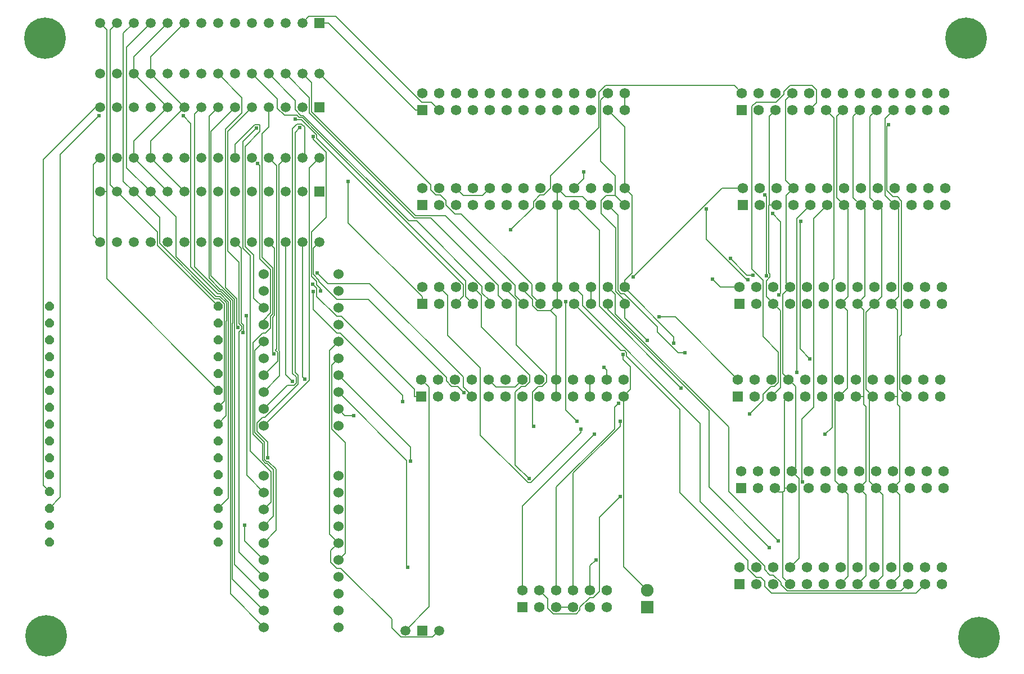
<source format=gbl>
G04 Layer: BottomLayer*
G04 EasyEDA v6.3.22, 2020-01-23T21:12:46--5:00*
G04 cdd6f56302204649af62c86a061be503,dfa15b47affc40b8846523cd8aea0214,10*
G04 Gerber Generator version 0.2*
G04 Scale: 100 percent, Rotated: No, Reflected: No *
G04 Dimensions in inches *
G04 leading zeros omitted , absolute positions ,2 integer and 4 decimal *
%FSLAX24Y24*%
%MOIN*%
G90*
G70D02*

%ADD12C,0.006000*%
%ADD13C,0.024000*%
%ADD14C,0.060000*%
%ADD15C,0.062000*%
%ADD16R,0.062000X0.062000*%
%ADD17C,0.059000*%
%ADD18R,0.059000X0.059000*%
%ADD19C,0.059055*%
%ADD20R,0.059055X0.059055*%
%ADD21C,0.246063*%
%ADD22R,0.074803X0.074803*%
%ADD23C,0.074803*%

%LPD*%
G54D12*
G01X15207Y12592D02*
G01X15207Y13521D01*
G01X14555Y14173D01*
G01X14555Y14671D01*
G01X14884Y15000D01*
G01X15018Y15000D01*
G01X17000Y16982D01*
G01X17000Y17503D01*
G01X16831Y17673D01*
G01X16831Y31913D01*
G01X17103Y32186D01*
G01X39272Y19388D02*
G01X39272Y19771D01*
G01X36350Y22692D01*
G01X36350Y22750D01*
G01X14950Y7550D02*
G01X15684Y8284D01*
G01X15684Y11930D01*
G01X15232Y12382D01*
G01X15119Y12382D01*
G01X14997Y12505D01*
G01X14997Y13546D01*
G01X14432Y14109D01*
G01X14432Y18982D01*
G01X14950Y19500D01*
G01X36350Y22750D02*
G01X36350Y23140D01*
G01X36780Y23569D01*
G01X36780Y28169D01*
G01X36350Y28600D01*
G01X35350Y33250D02*
G01X36350Y32250D01*
G01X36350Y28600D01*
G01X10250Y33400D02*
G01X8250Y31400D01*
G01X8250Y30400D01*
G01X8250Y35400D02*
G01X10250Y33400D01*
G01X10250Y28400D02*
G01X8250Y30400D01*
G01X10250Y38400D02*
G01X8250Y36400D01*
G01X8250Y35400D01*
G01X13250Y30400D02*
G01X13250Y31194D01*
G01X14438Y32382D01*
G01X14681Y32382D01*
G01X14740Y32323D01*
G01X14740Y31961D01*
G01X13857Y31078D01*
G01X13857Y25134D01*
G01X14369Y24621D01*
G01X14369Y22080D01*
G01X14950Y21500D01*
G01X14950Y16500D02*
G01X15903Y17453D01*
G01X15903Y18911D01*
G01X15850Y18963D01*
G01X15850Y30000D01*
G01X16250Y30400D01*
G01X17250Y30400D02*
G01X17375Y30525D01*
G01X17375Y32234D01*
G01X17203Y32405D01*
G01X16939Y32405D01*
G01X16659Y32123D01*
G01X16659Y17611D01*
G01X16878Y17392D01*
G01X16878Y17032D01*
G01X16750Y16903D01*
G01X16352Y16903D01*
G01X14950Y15500D01*
G01X14950Y14500D02*
G01X17656Y17207D01*
G01X17656Y29807D01*
G01X18250Y30400D01*
G01X19375Y16500D02*
G01X23435Y12440D01*
G01X23435Y6146D01*
G01X23481Y6100D01*
G01X47300Y33250D02*
G01X47726Y33676D01*
G01X47726Y34430D01*
G01X47455Y34702D01*
G01X46167Y34702D01*
G01X45800Y34334D01*
G01X45800Y34165D01*
G01X45339Y33704D01*
G01X44142Y33704D01*
G01X43890Y33452D01*
G01X43890Y23805D01*
G01X44551Y23146D01*
G01X44551Y19788D01*
G01X45460Y18878D01*
G01X45460Y17069D01*
G01X45239Y16848D01*
G01X45018Y16848D01*
G01X44550Y16380D01*
G01X44550Y15984D01*
G01X43764Y15200D01*
G01X19375Y15500D02*
G01X19768Y15105D01*
G01X20285Y15105D01*
G01X47350Y27600D02*
G01X46563Y26813D01*
G01X46563Y17675D01*
G01X33300Y4750D02*
G01X33300Y11684D01*
G01X36077Y14461D01*
G01X36077Y14771D01*
G01X36085Y10309D02*
G01X34859Y9082D01*
G01X34859Y4665D01*
G01X34489Y4296D01*
G01X34277Y4296D01*
G01X33701Y3719D01*
G01X33701Y3555D01*
G01X33485Y3340D01*
G01X32123Y3340D01*
G01X31800Y3663D01*
G01X31800Y4250D01*
G01X31300Y4750D01*
G01X46898Y11151D02*
G01X46846Y11203D01*
G01X46846Y14892D01*
G01X47551Y15598D01*
G01X47551Y26801D01*
G01X48350Y27600D01*
G01X30300Y4750D02*
G01X30300Y9728D01*
G01X34556Y13984D01*
G01X48300Y33250D02*
G01X48768Y32782D01*
G01X48768Y23246D01*
G01X48648Y23127D01*
G01X48648Y14405D01*
G01X48227Y13984D01*
G01X10192Y32888D02*
G01X10635Y32444D01*
G01X10635Y23940D01*
G01X12240Y22334D01*
G01X12377Y22334D01*
G01X12868Y21844D01*
G01X12868Y20686D01*
G01X12856Y20675D01*
G01X12856Y10209D01*
G01X12256Y9607D01*
G01X17871Y22909D02*
G01X18103Y22676D01*
G01X18103Y22173D01*
G01X19277Y21000D01*
G01X19550Y21000D01*
G01X23898Y16651D01*
G01X23898Y16250D01*
G01X24300Y16250D02*
G01X23898Y16250D01*
G01X17893Y22465D02*
G01X17893Y21394D01*
G01X19286Y20000D01*
G01X19482Y20000D01*
G01X23189Y16294D01*
G01X23189Y15926D01*
G01X13250Y25400D02*
G01X13614Y25034D01*
G01X13614Y20611D01*
G01X13764Y20461D01*
G01X13764Y20059D01*
G01X13731Y20026D01*
G01X18122Y23567D02*
G01X18746Y22942D01*
G01X21234Y22942D01*
G01X26777Y17398D01*
G01X26777Y16811D01*
G01X27300Y16290D01*
G01X27300Y16250D01*
G01X18250Y25400D02*
G01X17900Y25050D01*
G01X17900Y23490D01*
G01X18240Y23150D01*
G01X18240Y23063D01*
G01X19305Y22000D01*
G01X21167Y22000D01*
G01X25800Y17367D01*
G01X25800Y17153D01*
G01X26105Y16848D01*
G01X26442Y16848D01*
G01X26817Y16473D01*
G01X14250Y35400D02*
G01X15750Y33900D01*
G01X15750Y33348D01*
G01X16177Y32919D01*
G01X16927Y32919D01*
G01X17053Y32792D01*
G01X17053Y32792D01*
G01X17246Y32792D01*
G01X18168Y31869D01*
G01X18168Y31867D01*
G01X26925Y23111D01*
G01X26925Y22175D01*
G01X27350Y21750D01*
G01X35300Y17250D02*
G01X35300Y17803D01*
G01X35122Y17980D01*
G01X43956Y23442D02*
G01X43605Y23442D01*
G01X42617Y24430D01*
G01X47339Y18463D02*
G01X46748Y19053D01*
G01X46748Y26621D01*
G01X46776Y26648D01*
G01X25350Y22750D02*
G01X25850Y22250D01*
G01X25850Y19878D01*
G01X27800Y17928D01*
G01X27800Y13948D01*
G01X30619Y11128D01*
G01X30790Y11128D01*
G01X33757Y14096D01*
G01X33757Y14317D01*
G01X44936Y7265D02*
G01X41342Y10859D01*
G01X41342Y15411D01*
G01X35350Y21403D01*
G01X35350Y21750D01*
G01X33350Y21750D02*
G01X36139Y18959D01*
G01X36346Y18959D01*
G01X36469Y18836D01*
G01X36469Y18630D01*
G01X39619Y15480D01*
G01X39619Y10519D01*
G01X43654Y6484D01*
G01X43654Y6000D01*
G01X44152Y5501D01*
G01X44415Y5501D01*
G01X44650Y5267D01*
G01X44650Y4982D01*
G01X45064Y4569D01*
G01X53618Y4569D01*
G01X54150Y5100D01*
G01X35350Y22750D02*
G01X35806Y22292D01*
G01X35806Y21142D01*
G01X42510Y14438D01*
G01X42510Y10603D01*
G01X45452Y7663D01*
G01X33350Y22750D02*
G01X33850Y22250D01*
G01X33850Y21628D01*
G01X40831Y14646D01*
G01X40831Y9988D01*
G01X44650Y6169D01*
G01X44650Y5955D01*
G01X44960Y5646D01*
G01X45172Y5646D01*
G01X45618Y5200D01*
G01X45618Y5063D01*
G01X45992Y4690D01*
G01X52739Y4690D01*
G01X53150Y5100D01*
G01X43300Y34250D02*
G01X42852Y34698D01*
G01X35225Y34698D01*
G01X34811Y34284D01*
G01X34811Y32196D01*
G01X31948Y29332D01*
G01X31948Y28592D01*
G01X31553Y28198D01*
G01X31339Y28198D01*
G01X30948Y27807D01*
G01X30948Y27475D01*
G01X29607Y26134D01*
G01X36857Y23348D02*
G01X42109Y28600D01*
G01X43350Y28600D01*
G01X32850Y21859D02*
G01X32850Y15436D01*
G01X33514Y14771D01*
G01X29350Y22750D02*
G01X29350Y22578D01*
G01X29934Y21994D01*
G01X29934Y19296D01*
G01X31739Y17490D01*
G01X31739Y17115D01*
G01X31473Y16848D01*
G01X31218Y16848D01*
G01X30878Y16509D01*
G01X30878Y14546D01*
G01X30957Y14467D01*
G01X27350Y22750D02*
G01X27850Y22250D01*
G01X27850Y20380D01*
G01X30739Y17490D01*
G01X30739Y17115D01*
G01X30473Y16848D01*
G01X30218Y16848D01*
G01X29865Y16496D01*
G01X29865Y12182D01*
G01X30686Y11361D01*
G01X13928Y21042D02*
G01X13942Y21030D01*
G01X13942Y11557D01*
G01X14950Y10550D01*
G01X17896Y31671D02*
G01X17896Y31511D01*
G01X18661Y30744D01*
G01X18661Y26877D01*
G01X17777Y25994D01*
G01X17777Y23355D01*
G01X18081Y23051D01*
G01X18081Y22882D01*
G01X18319Y22644D01*
G01X18319Y22513D01*
G01X15250Y33400D02*
G01X15250Y32238D01*
G01X14860Y31848D01*
G01X14860Y24503D01*
G01X15482Y23880D01*
G01X15482Y21130D01*
G01X15361Y21009D01*
G01X15361Y20313D01*
G01X15048Y20000D01*
G01X14889Y20000D01*
G01X14311Y19421D01*
G01X14311Y14007D01*
G01X14876Y13444D01*
G01X14876Y12455D01*
G01X15069Y12261D01*
G01X15164Y12261D01*
G01X15525Y11901D01*
G01X15525Y9125D01*
G01X14950Y8550D01*
G01X52350Y27600D02*
G01X51785Y28165D01*
G01X51785Y32734D01*
G01X52300Y33250D01*
G01X36350Y21750D02*
G01X36350Y20909D01*
G01X37689Y19569D01*
G01X36300Y16250D02*
G01X36706Y16657D01*
G01X36706Y17988D01*
G01X36259Y18436D01*
G01X36259Y18748D01*
G01X37700Y4750D02*
G01X36300Y6150D01*
G01X36300Y16250D01*
G01X35776Y28173D02*
G01X35776Y29342D01*
G01X34932Y30184D01*
G01X34932Y33832D01*
G01X35350Y34250D01*
G01X36350Y27600D02*
G01X35776Y28173D01*
G01X36350Y21750D02*
G01X36350Y21921D01*
G01X35821Y22451D01*
G01X35821Y26246D01*
G01X34948Y27117D01*
G01X34948Y27865D01*
G01X35257Y28173D01*
G01X35776Y28173D01*
G01X52526Y16250D02*
G01X52526Y21373D01*
G01X52150Y21750D01*
G01X19375Y6550D02*
G01X19775Y6950D01*
G01X19775Y13507D01*
G01X18976Y14305D01*
G01X18976Y18100D01*
G01X19375Y18500D01*
G01X13826Y8607D02*
G01X13826Y7673D01*
G01X14950Y6550D01*
G01X9250Y38400D02*
G01X7250Y36400D01*
G01X7250Y35400D01*
G01X32300Y3750D02*
G01X33300Y3750D01*
G01X9250Y33400D02*
G01X7250Y31400D01*
G01X7250Y30400D01*
G01X7250Y35400D02*
G01X9250Y33400D01*
G01X5250Y25400D02*
G01X4842Y25807D01*
G01X4842Y29992D01*
G01X5250Y30400D01*
G01X9250Y28400D02*
G01X7250Y30400D01*
G01X52150Y21750D02*
G01X52579Y22178D01*
G01X52579Y27371D01*
G01X52350Y27600D01*
G01X52250Y10800D02*
G01X52661Y11211D01*
G01X52661Y15638D01*
G01X52526Y15773D01*
G01X52526Y16250D01*
G01X52526Y16250D02*
G01X52050Y16250D01*
G01X52150Y5100D02*
G01X52650Y5600D01*
G01X52650Y10400D01*
G01X52250Y10800D01*
G01X36350Y33250D02*
G01X36350Y34250D01*
G01X14250Y33400D02*
G01X12825Y31975D01*
G01X12825Y24871D01*
G01X13493Y24202D01*
G01X13493Y20553D01*
G01X13510Y20534D01*
G01X13519Y20534D01*
G01X13643Y20411D01*
G01X13643Y20236D01*
G01X13488Y20082D01*
G01X13488Y7011D01*
G01X14950Y5550D01*
G01X13250Y33400D02*
G01X11831Y31982D01*
G01X11831Y23394D01*
G01X13232Y21994D01*
G01X13232Y20536D01*
G01X13221Y20523D01*
G01X13221Y6278D01*
G01X14950Y4550D01*
G01X12250Y33400D02*
G01X11710Y32861D01*
G01X11710Y23259D01*
G01X12393Y22578D01*
G01X12477Y22578D01*
G01X13111Y21944D01*
G01X13111Y20586D01*
G01X13100Y20573D01*
G01X13100Y5400D01*
G01X14950Y3550D01*
G01X11250Y33400D02*
G01X10850Y32998D01*
G01X10850Y23934D01*
G01X12327Y22457D01*
G01X12427Y22457D01*
G01X12989Y21894D01*
G01X12989Y20636D01*
G01X12978Y20623D01*
G01X12978Y4521D01*
G01X14950Y2550D01*
G01X44931Y27600D02*
G01X44906Y27575D01*
G01X44906Y23557D01*
G01X44963Y23500D01*
G01X44963Y23325D01*
G01X44747Y23109D01*
G01X44747Y22153D01*
G01X45150Y21750D01*
G01X45150Y21750D02*
G01X45581Y21319D01*
G01X45581Y16780D01*
G01X45050Y16250D01*
G01X19375Y7550D02*
G01X18936Y7111D01*
G01X18936Y6403D01*
G01X19290Y6050D01*
G01X19527Y6050D01*
G01X22555Y3023D01*
G01X22555Y2494D01*
G01X23085Y1963D01*
G01X24964Y1963D01*
G01X25350Y2350D01*
G01X19375Y7550D02*
G01X18853Y8071D01*
G01X18853Y18978D01*
G01X19375Y19500D01*
G01X44931Y27600D02*
G01X45350Y27600D01*
G01X44931Y27600D02*
G01X44931Y32880D01*
G01X45300Y33250D01*
G01X45825Y10800D02*
G01X45825Y16025D01*
G01X46050Y16250D01*
G01X45739Y10555D02*
G01X45825Y10640D01*
G01X45825Y10800D01*
G01X45825Y10800D02*
G01X46250Y10800D01*
G01X45250Y10800D02*
G01X45494Y10555D01*
G01X45739Y10555D01*
G01X45739Y10555D02*
G01X45739Y5509D01*
G01X46150Y5100D01*
G01X14950Y20500D02*
G01X14950Y20775D01*
G01X15361Y21186D01*
G01X15361Y23769D01*
G01X14731Y24401D01*
G01X14731Y29928D01*
G01X14597Y30063D01*
G01X15250Y30400D02*
G01X15726Y29923D01*
G01X15726Y19063D01*
G01X15665Y19002D01*
G01X15665Y18977D01*
G01X15782Y18859D01*
G01X15782Y18332D01*
G01X14950Y17500D01*
G01X32300Y4750D02*
G01X32300Y10855D01*
G01X35752Y14307D01*
G01X35752Y15605D01*
G01X35990Y15844D01*
G01X34300Y17250D02*
G01X34300Y16250D01*
G01X31948Y21348D02*
G01X31184Y21348D01*
G01X30893Y21640D01*
G01X30893Y21986D01*
G01X30350Y22530D01*
G01X30350Y22750D01*
G01X32350Y21750D02*
G01X31948Y21348D01*
G01X31948Y21348D02*
G01X32300Y20998D01*
G01X32300Y17250D01*
G01X23350Y2350D02*
G01X24756Y3757D01*
G01X24756Y16792D01*
G01X24300Y17250D01*
G01X51350Y27600D02*
G01X51575Y27375D01*
G01X51575Y22175D01*
G01X51150Y21750D01*
G01X51300Y33250D02*
G01X50906Y32855D01*
G01X50906Y28044D01*
G01X51350Y27600D01*
G01X51150Y21750D02*
G01X50647Y21248D01*
G01X50647Y16652D01*
G01X51050Y16250D01*
G01X51250Y10800D02*
G01X50842Y11207D01*
G01X50842Y16042D01*
G01X51050Y16250D01*
G01X51150Y5100D02*
G01X51650Y5600D01*
G01X51650Y10400D01*
G01X51250Y10800D01*
G01X32300Y16250D02*
G01X32300Y17250D01*
G01X28300Y17250D02*
G01X28738Y16811D01*
G01X29863Y16811D01*
G01X30300Y17250D01*
G01X32350Y21750D02*
G01X32350Y22750D01*
G01X34350Y21750D02*
G01X34350Y22750D01*
G01X32350Y27600D02*
G01X32350Y22750D01*
G01X32350Y28600D02*
G01X32350Y27600D01*
G01X34350Y27600D02*
G01X33850Y28100D01*
G01X32850Y28100D01*
G01X32350Y28600D01*
G01X26350Y28600D02*
G01X26788Y28161D01*
G01X27913Y28161D01*
G01X28350Y28600D01*
G01X2255Y10607D02*
G01X1900Y10963D01*
G01X1900Y30296D01*
G01X5002Y33400D01*
G01X5250Y33400D01*
G01X6250Y38400D02*
G01X5847Y37996D01*
G01X5847Y28803D01*
G01X6250Y28400D01*
G01X12256Y21607D02*
G01X8651Y25211D01*
G01X8651Y25998D01*
G01X6250Y28400D01*
G01X5643Y28400D02*
G01X5643Y23219D01*
G01X12256Y16607D01*
G01X5250Y38400D02*
G01X5643Y38007D01*
G01X5643Y28400D01*
G01X5643Y28400D02*
G01X5250Y28400D01*
G01X12256Y15607D02*
G01X12614Y15965D01*
G01X12614Y20775D01*
G01X12626Y20786D01*
G01X12626Y21742D01*
G01X12319Y22050D01*
G01X12053Y22050D01*
G01X8775Y25328D01*
G01X8775Y26875D01*
G01X7250Y28400D01*
G01X7250Y38400D02*
G01X6635Y37786D01*
G01X6635Y29013D01*
G01X7250Y28400D01*
G01X12256Y14607D02*
G01X12735Y15086D01*
G01X12735Y20725D01*
G01X12747Y20736D01*
G01X12747Y21794D01*
G01X12369Y22171D01*
G01X12122Y22171D01*
G01X9750Y24544D01*
G01X9750Y26900D01*
G01X8250Y28400D01*
G01X8250Y38400D02*
G01X6832Y36982D01*
G01X6832Y29817D01*
G01X8250Y28400D01*
G01X15250Y25400D02*
G01X15605Y25044D01*
G01X15605Y21052D01*
G01X15489Y20936D01*
G01X15489Y18855D01*
G01X15572Y18773D01*
G01X16250Y25400D02*
G01X16250Y17536D01*
G01X16668Y17119D01*
G01X17250Y25400D02*
G01X17250Y17409D01*
G01X17402Y17255D01*
G01X24350Y21750D02*
G01X24350Y22151D01*
G01X19967Y28992D02*
G01X19967Y26534D01*
G01X24350Y22151D01*
G01X12250Y35400D02*
G01X13668Y33982D01*
G01X13668Y33069D01*
G01X12689Y32090D01*
G01X12689Y22711D01*
G01X13353Y22044D01*
G01X13353Y20402D01*
G01X13431Y20323D01*
G01X16839Y32707D02*
G01X16876Y32671D01*
G01X17193Y32671D01*
G01X18106Y31757D01*
G01X18106Y31559D01*
G01X26803Y22863D01*
G01X26803Y22203D01*
G01X26350Y21750D01*
G01X15250Y35400D02*
G01X16835Y33813D01*
G01X16835Y33251D01*
G01X17172Y32913D01*
G01X17297Y32913D01*
G01X23552Y26659D01*
G01X23552Y26659D01*
G01X24013Y26659D01*
G01X27893Y22778D01*
G01X27893Y22378D01*
G01X28350Y21921D01*
G01X28350Y21750D01*
G01X16250Y35400D02*
G01X17672Y33978D01*
G01X17672Y33071D01*
G01X23902Y26840D01*
G01X24851Y26840D01*
G01X28850Y22840D01*
G01X28850Y22250D01*
G01X29350Y21750D01*
G01X17250Y35400D02*
G01X17793Y34857D01*
G01X17793Y33136D01*
G01X23968Y26961D01*
G01X25728Y26961D01*
G01X29872Y22819D01*
G01X29872Y22228D01*
G01X30350Y21750D01*
G01X31350Y21750D02*
G01X30850Y22250D01*
G01X30850Y22884D01*
G01X26673Y27061D01*
G01X26305Y27061D01*
G01X25751Y27615D01*
G01X25751Y27865D01*
G01X25418Y28198D01*
G01X25168Y28198D01*
G01X24850Y28515D01*
G01X24850Y28800D01*
G01X18250Y35400D01*
G01X25350Y33250D02*
G01X24893Y33707D01*
G01X24318Y33707D01*
G01X19239Y38786D01*
G01X17635Y38786D01*
G01X17250Y38400D01*
G01X24350Y33250D02*
G01X23948Y33250D01*
G01X23948Y33250D02*
G01X18798Y38400D01*
G01X18250Y38400D01*
G01X46150Y22750D02*
G01X45713Y22313D01*
G01X45713Y17586D01*
G01X46050Y17250D01*
G01X46150Y6100D02*
G01X46688Y6638D01*
G01X46688Y11361D01*
G01X46250Y11800D01*
G01X46300Y34250D02*
G01X45880Y33830D01*
G01X45880Y29069D01*
G01X46350Y28600D01*
G01X46150Y22750D02*
G01X45925Y22975D01*
G01X45925Y28175D01*
G01X46350Y28600D01*
G01X46250Y11800D02*
G01X46475Y12025D01*
G01X46475Y16825D01*
G01X46050Y17250D01*
G01X50350Y27600D02*
G01X50594Y27355D01*
G01X50594Y22194D01*
G01X50150Y21750D01*
G01X50350Y27600D02*
G01X49906Y28044D01*
G01X49906Y32855D01*
G01X50300Y33250D01*
G01X50526Y16250D02*
G01X50526Y21373D01*
G01X50150Y21750D01*
G01X50250Y10800D02*
G01X50661Y11211D01*
G01X50661Y15638D01*
G01X50526Y15773D01*
G01X50526Y16250D01*
G01X50526Y16250D02*
G01X50050Y16250D01*
G01X50150Y5100D02*
G01X50650Y5600D01*
G01X50650Y10400D01*
G01X50250Y10800D01*
G01X49300Y33250D02*
G01X48921Y32871D01*
G01X48921Y28028D01*
G01X49350Y27600D01*
G01X49350Y27600D02*
G01X49575Y27375D01*
G01X49575Y22175D01*
G01X49150Y21750D01*
G01X49150Y21750D02*
G01X49550Y21350D01*
G01X49550Y16750D01*
G01X49050Y16250D01*
G01X49250Y10800D02*
G01X48825Y11225D01*
G01X48825Y16025D01*
G01X49050Y16250D01*
G01X49150Y5100D02*
G01X49601Y5551D01*
G01X49601Y10448D01*
G01X49250Y10800D01*
G01X14950Y9550D02*
G01X15376Y9976D01*
G01X15376Y11782D01*
G01X14146Y13013D01*
G01X14146Y24613D01*
G01X13735Y25023D01*
G01X13735Y31378D01*
G01X14530Y32171D01*
G01X34647Y6534D02*
G01X34300Y6186D01*
G01X34300Y4750D01*
G01X5185Y32890D02*
G01X2905Y30611D01*
G01X2905Y10257D01*
G01X2255Y9607D01*
G01X43656Y23151D02*
G01X43597Y23151D01*
G01X41193Y25555D01*
G01X41193Y27378D01*
G01X44654Y28198D02*
G01X44752Y28101D01*
G01X44752Y23413D01*
G01X45117Y27090D02*
G01X45590Y26615D01*
G01X45590Y22359D01*
G01X45492Y22261D01*
G01X39939Y18846D02*
G01X39514Y18846D01*
G01X38305Y20057D01*
G01X38305Y20365D01*
G01X36336Y22334D01*
G01X36135Y22334D01*
G01X35942Y22528D01*
G01X35942Y27007D01*
G01X35350Y27600D01*
G01X39702Y16750D02*
G01X34860Y21590D01*
G01X34860Y26088D01*
G01X33350Y27600D01*
G01X33350Y28600D02*
G01X33929Y29178D01*
G01X33929Y29578D01*
G01X53050Y16250D02*
G01X52647Y16652D01*
G01X52647Y19805D01*
G01X52748Y19907D01*
G01X52748Y25234D01*
G01X52761Y25248D01*
G01X52761Y27848D01*
G01X52511Y28100D01*
G01X52272Y28100D01*
G01X51906Y28465D01*
G01X51906Y32273D01*
G01X52000Y32367D01*
G01X43150Y22750D02*
G01X42010Y22750D01*
G01X41573Y23186D01*
G01X43050Y17250D02*
G01X39343Y20955D01*
G01X38385Y20955D01*
G01X23646Y12392D02*
G01X23646Y13228D01*
G01X19375Y17500D01*
G54D14*
G01X14950Y11550D03*
G01X14950Y10550D03*
G01X14950Y9550D03*
G01X14950Y8550D03*
G01X14950Y7550D03*
G01X14950Y6550D03*
G01X14950Y5550D03*
G01X14950Y4550D03*
G01X14950Y3550D03*
G01X14950Y2550D03*
G01X19375Y11550D03*
G01X19375Y10550D03*
G01X19375Y9550D03*
G01X19375Y8550D03*
G01X19375Y7550D03*
G01X19375Y6550D03*
G01X19375Y5550D03*
G01X19375Y4550D03*
G01X19375Y3550D03*
G01X19375Y2550D03*
G01X14950Y23500D03*
G01X14950Y22500D03*
G01X14950Y21500D03*
G01X14950Y20500D03*
G01X14950Y19500D03*
G01X14950Y18500D03*
G01X14950Y17500D03*
G01X14950Y16500D03*
G01X14950Y15500D03*
G01X14950Y14500D03*
G01X19375Y23500D03*
G01X19375Y22500D03*
G01X19375Y21500D03*
G01X19375Y20500D03*
G01X19375Y19500D03*
G01X19375Y18500D03*
G01X19375Y17500D03*
G01X19375Y16500D03*
G01X19375Y15500D03*
G01X19375Y14500D03*
G54D15*
G01X35300Y4750D03*
G01X35300Y3750D03*
G01X34300Y4750D03*
G01X34300Y3750D03*
G01X33300Y4750D03*
G01X33300Y3750D03*
G01X32300Y4750D03*
G01X32300Y3750D03*
G01X31300Y4750D03*
G01X31300Y3750D03*
G01X30300Y4750D03*
G54D16*
G01X30300Y3750D03*
G54D17*
G01X23350Y2350D03*
G54D18*
G01X24350Y2350D03*
G54D17*
G01X25350Y2350D03*
G36*
G01X2514Y21714D02*
G01X2362Y21865D01*
G01X2148Y21865D01*
G01X1996Y21714D01*
G01X1996Y21499D01*
G01X2148Y21348D01*
G01X2362Y21348D01*
G01X2514Y21499D01*
G01X2514Y21714D01*
G37*
G36*
G01X2514Y20714D02*
G01X2362Y20865D01*
G01X2148Y20865D01*
G01X1996Y20714D01*
G01X1996Y20499D01*
G01X2148Y20348D01*
G01X2362Y20348D01*
G01X2514Y20499D01*
G01X2514Y20714D01*
G37*
G36*
G01X2514Y19714D02*
G01X2362Y19865D01*
G01X2148Y19865D01*
G01X1996Y19714D01*
G01X1996Y19499D01*
G01X2148Y19348D01*
G01X2362Y19348D01*
G01X2514Y19499D01*
G01X2514Y19714D01*
G37*
G36*
G01X2514Y18714D02*
G01X2362Y18865D01*
G01X2148Y18865D01*
G01X1996Y18714D01*
G01X1996Y18499D01*
G01X2148Y18348D01*
G01X2362Y18348D01*
G01X2514Y18499D01*
G01X2514Y18714D01*
G37*
G36*
G01X2514Y17714D02*
G01X2362Y17865D01*
G01X2148Y17865D01*
G01X1996Y17714D01*
G01X1996Y17499D01*
G01X2148Y17348D01*
G01X2362Y17348D01*
G01X2514Y17499D01*
G01X2514Y17714D01*
G37*
G36*
G01X2514Y16714D02*
G01X2362Y16865D01*
G01X2148Y16865D01*
G01X1996Y16714D01*
G01X1996Y16499D01*
G01X2148Y16348D01*
G01X2362Y16348D01*
G01X2514Y16499D01*
G01X2514Y16714D01*
G37*
G36*
G01X2514Y15714D02*
G01X2362Y15865D01*
G01X2148Y15865D01*
G01X1996Y15714D01*
G01X1996Y15499D01*
G01X2148Y15348D01*
G01X2362Y15348D01*
G01X2514Y15499D01*
G01X2514Y15714D01*
G37*
G36*
G01X2514Y14714D02*
G01X2362Y14865D01*
G01X2148Y14865D01*
G01X1996Y14714D01*
G01X1996Y14499D01*
G01X2148Y14348D01*
G01X2362Y14348D01*
G01X2514Y14499D01*
G01X2514Y14714D01*
G37*
G36*
G01X2514Y13714D02*
G01X2362Y13865D01*
G01X2148Y13865D01*
G01X1996Y13714D01*
G01X1996Y13499D01*
G01X2148Y13348D01*
G01X2362Y13348D01*
G01X2514Y13499D01*
G01X2514Y13714D01*
G37*
G36*
G01X2514Y12714D02*
G01X2362Y12865D01*
G01X2148Y12865D01*
G01X1996Y12714D01*
G01X1996Y12499D01*
G01X2148Y12348D01*
G01X2362Y12348D01*
G01X2514Y12499D01*
G01X2514Y12714D01*
G37*
G36*
G01X2514Y11714D02*
G01X2362Y11865D01*
G01X2148Y11865D01*
G01X1996Y11714D01*
G01X1996Y11499D01*
G01X2148Y11348D01*
G01X2362Y11348D01*
G01X2514Y11499D01*
G01X2514Y11714D01*
G37*
G36*
G01X2514Y10714D02*
G01X2362Y10865D01*
G01X2148Y10865D01*
G01X1996Y10714D01*
G01X1996Y10499D01*
G01X2148Y10348D01*
G01X2362Y10348D01*
G01X2514Y10499D01*
G01X2514Y10714D01*
G37*
G36*
G01X2514Y9714D02*
G01X2362Y9865D01*
G01X2148Y9865D01*
G01X1996Y9714D01*
G01X1996Y9499D01*
G01X2148Y9348D01*
G01X2362Y9348D01*
G01X2514Y9499D01*
G01X2514Y9714D01*
G37*
G36*
G01X2514Y8714D02*
G01X2362Y8865D01*
G01X2148Y8865D01*
G01X1996Y8714D01*
G01X1996Y8499D01*
G01X2148Y8348D01*
G01X2362Y8348D01*
G01X2514Y8499D01*
G01X2514Y8714D01*
G37*
G36*
G01X2514Y7714D02*
G01X2362Y7865D01*
G01X2148Y7865D01*
G01X1996Y7714D01*
G01X1996Y7499D01*
G01X2148Y7348D01*
G01X2362Y7348D01*
G01X2514Y7499D01*
G01X2514Y7714D01*
G37*
G36*
G01X12514Y21714D02*
G01X12362Y21865D01*
G01X12148Y21865D01*
G01X11996Y21714D01*
G01X11996Y21499D01*
G01X12148Y21348D01*
G01X12362Y21348D01*
G01X12514Y21499D01*
G01X12514Y21714D01*
G37*
G36*
G01X12514Y20714D02*
G01X12362Y20865D01*
G01X12148Y20865D01*
G01X11996Y20714D01*
G01X11996Y20499D01*
G01X12148Y20348D01*
G01X12362Y20348D01*
G01X12514Y20499D01*
G01X12514Y20714D01*
G37*
G36*
G01X12514Y19714D02*
G01X12362Y19865D01*
G01X12148Y19865D01*
G01X11996Y19714D01*
G01X11996Y19499D01*
G01X12148Y19348D01*
G01X12362Y19348D01*
G01X12514Y19499D01*
G01X12514Y19714D01*
G37*
G36*
G01X12514Y18714D02*
G01X12362Y18865D01*
G01X12148Y18865D01*
G01X11996Y18714D01*
G01X11996Y18499D01*
G01X12148Y18348D01*
G01X12362Y18348D01*
G01X12514Y18499D01*
G01X12514Y18714D01*
G37*
G36*
G01X12514Y17714D02*
G01X12362Y17865D01*
G01X12148Y17865D01*
G01X11996Y17714D01*
G01X11996Y17499D01*
G01X12148Y17348D01*
G01X12362Y17348D01*
G01X12514Y17499D01*
G01X12514Y17714D01*
G37*
G36*
G01X12514Y16714D02*
G01X12362Y16865D01*
G01X12148Y16865D01*
G01X11996Y16714D01*
G01X11996Y16499D01*
G01X12148Y16348D01*
G01X12362Y16348D01*
G01X12514Y16499D01*
G01X12514Y16714D01*
G37*
G36*
G01X12514Y15714D02*
G01X12362Y15865D01*
G01X12148Y15865D01*
G01X11996Y15714D01*
G01X11996Y15499D01*
G01X12148Y15348D01*
G01X12362Y15348D01*
G01X12514Y15499D01*
G01X12514Y15714D01*
G37*
G36*
G01X12514Y14714D02*
G01X12362Y14865D01*
G01X12148Y14865D01*
G01X11996Y14714D01*
G01X11996Y14499D01*
G01X12148Y14348D01*
G01X12362Y14348D01*
G01X12514Y14499D01*
G01X12514Y14714D01*
G37*
G36*
G01X12514Y13714D02*
G01X12362Y13865D01*
G01X12148Y13865D01*
G01X11996Y13714D01*
G01X11996Y13499D01*
G01X12148Y13348D01*
G01X12362Y13348D01*
G01X12514Y13499D01*
G01X12514Y13714D01*
G37*
G36*
G01X12514Y12714D02*
G01X12362Y12865D01*
G01X12148Y12865D01*
G01X11996Y12714D01*
G01X11996Y12499D01*
G01X12148Y12348D01*
G01X12362Y12348D01*
G01X12514Y12499D01*
G01X12514Y12714D01*
G37*
G36*
G01X12514Y11714D02*
G01X12362Y11865D01*
G01X12148Y11865D01*
G01X11996Y11714D01*
G01X11996Y11499D01*
G01X12148Y11348D01*
G01X12362Y11348D01*
G01X12514Y11499D01*
G01X12514Y11714D01*
G37*
G36*
G01X12514Y10714D02*
G01X12362Y10865D01*
G01X12148Y10865D01*
G01X11996Y10714D01*
G01X11996Y10499D01*
G01X12148Y10348D01*
G01X12362Y10348D01*
G01X12514Y10499D01*
G01X12514Y10714D01*
G37*
G36*
G01X12514Y9714D02*
G01X12362Y9865D01*
G01X12148Y9865D01*
G01X11996Y9714D01*
G01X11996Y9499D01*
G01X12148Y9348D01*
G01X12362Y9348D01*
G01X12514Y9499D01*
G01X12514Y9714D01*
G37*
G36*
G01X12514Y8714D02*
G01X12362Y8865D01*
G01X12148Y8865D01*
G01X11996Y8714D01*
G01X11996Y8499D01*
G01X12148Y8348D01*
G01X12362Y8348D01*
G01X12514Y8499D01*
G01X12514Y8714D01*
G37*
G36*
G01X12514Y7714D02*
G01X12362Y7865D01*
G01X12148Y7865D01*
G01X11996Y7714D01*
G01X11996Y7499D01*
G01X12148Y7348D01*
G01X12362Y7348D01*
G01X12514Y7499D01*
G01X12514Y7714D01*
G37*
G54D19*
G01X5250Y30400D03*
G01X6250Y30400D03*
G01X7250Y30400D03*
G01X8250Y30400D03*
G01X9250Y30400D03*
G01X10250Y30400D03*
G01X11250Y30400D03*
G01X12250Y30400D03*
G01X13250Y30400D03*
G01X14250Y30400D03*
G01X15250Y30400D03*
G01X16250Y30400D03*
G01X17250Y30400D03*
G01X18250Y30400D03*
G01X5250Y33400D03*
G01X6250Y33400D03*
G01X7250Y33400D03*
G01X8250Y33400D03*
G01X9250Y33400D03*
G01X10250Y33400D03*
G01X11250Y33400D03*
G01X12250Y33400D03*
G01X13250Y33400D03*
G01X14250Y33400D03*
G01X15250Y33400D03*
G01X16250Y33400D03*
G01X17250Y33400D03*
G54D20*
G01X18250Y33400D03*
G54D19*
G01X5250Y25400D03*
G01X6250Y25400D03*
G01X7250Y25400D03*
G01X8250Y25400D03*
G01X9250Y25400D03*
G01X10250Y25400D03*
G01X11250Y25400D03*
G01X12250Y25400D03*
G01X13250Y25400D03*
G01X14250Y25400D03*
G01X15250Y25400D03*
G01X16250Y25400D03*
G01X17250Y25400D03*
G01X18250Y25400D03*
G01X5250Y28400D03*
G01X6250Y28400D03*
G01X7250Y28400D03*
G01X8250Y28400D03*
G01X9250Y28400D03*
G01X10250Y28400D03*
G01X11250Y28400D03*
G01X12250Y28400D03*
G01X13250Y28400D03*
G01X14250Y28400D03*
G01X15250Y28400D03*
G01X16250Y28400D03*
G01X17250Y28400D03*
G54D20*
G01X18250Y28400D03*
G54D19*
G01X5250Y35400D03*
G01X6250Y35400D03*
G01X7250Y35400D03*
G01X8250Y35400D03*
G01X9250Y35400D03*
G01X10250Y35400D03*
G01X11250Y35400D03*
G01X12250Y35400D03*
G01X13250Y35400D03*
G01X14250Y35400D03*
G01X15250Y35400D03*
G01X16250Y35400D03*
G01X17250Y35400D03*
G01X18250Y35400D03*
G01X5250Y38400D03*
G01X6250Y38400D03*
G01X7250Y38400D03*
G01X8250Y38400D03*
G01X9250Y38400D03*
G01X10250Y38400D03*
G01X11250Y38400D03*
G01X12250Y38400D03*
G01X13250Y38400D03*
G01X14250Y38400D03*
G01X15250Y38400D03*
G01X16250Y38400D03*
G01X17250Y38400D03*
G54D20*
G01X18250Y38400D03*
G54D15*
G01X55300Y34250D03*
G01X55300Y33250D03*
G01X54300Y34250D03*
G01X54300Y33250D03*
G01X53300Y34250D03*
G01X53300Y33250D03*
G01X52300Y34250D03*
G01X52300Y33250D03*
G01X51300Y34250D03*
G01X51300Y33250D03*
G01X50300Y34250D03*
G01X50300Y33250D03*
G01X49300Y34250D03*
G01X49300Y33250D03*
G01X48300Y34250D03*
G01X48300Y33250D03*
G01X47300Y34250D03*
G01X47300Y33250D03*
G01X46300Y34250D03*
G01X46300Y33250D03*
G01X45300Y34250D03*
G01X45300Y33250D03*
G01X44300Y34250D03*
G01X44300Y33250D03*
G01X43300Y34250D03*
G54D16*
G01X43300Y33250D03*
G54D15*
G01X55350Y28600D03*
G01X55350Y27600D03*
G01X54350Y28600D03*
G01X54350Y27600D03*
G01X53350Y28600D03*
G01X53350Y27600D03*
G01X52350Y28600D03*
G01X52350Y27600D03*
G01X51350Y28600D03*
G01X51350Y27600D03*
G01X50350Y28600D03*
G01X50350Y27600D03*
G01X49350Y28600D03*
G01X49350Y27600D03*
G01X48350Y28600D03*
G01X48350Y27600D03*
G01X47350Y28600D03*
G01X47350Y27600D03*
G01X46350Y28600D03*
G01X46350Y27600D03*
G01X45350Y28600D03*
G01X45350Y27600D03*
G01X44350Y28600D03*
G01X44350Y27600D03*
G01X43350Y28600D03*
G54D16*
G01X43350Y27600D03*
G54D15*
G01X55150Y22750D03*
G01X55150Y21750D03*
G01X54150Y22750D03*
G01X54150Y21750D03*
G01X53150Y22750D03*
G01X53150Y21750D03*
G01X52150Y22750D03*
G01X52150Y21750D03*
G01X51150Y22750D03*
G01X51150Y21750D03*
G01X50150Y22750D03*
G01X50150Y21750D03*
G01X49150Y22750D03*
G01X49150Y21750D03*
G01X48150Y22750D03*
G01X48150Y21750D03*
G01X47150Y22750D03*
G01X47150Y21750D03*
G01X46150Y22750D03*
G01X46150Y21750D03*
G01X45150Y22750D03*
G01X45150Y21750D03*
G01X44150Y22750D03*
G01X44150Y21750D03*
G01X43150Y22750D03*
G54D16*
G01X43150Y21750D03*
G54D15*
G01X55050Y17250D03*
G01X55050Y16250D03*
G01X54050Y17250D03*
G01X54050Y16250D03*
G01X53050Y17250D03*
G01X53050Y16250D03*
G01X52050Y17250D03*
G01X52050Y16250D03*
G01X51050Y17250D03*
G01X51050Y16250D03*
G01X50050Y17250D03*
G01X50050Y16250D03*
G01X49050Y17250D03*
G01X49050Y16250D03*
G01X48050Y17250D03*
G01X48050Y16250D03*
G01X47050Y17250D03*
G01X47050Y16250D03*
G01X46050Y17250D03*
G01X46050Y16250D03*
G01X45050Y17250D03*
G01X45050Y16250D03*
G01X44050Y17250D03*
G01X44050Y16250D03*
G01X43050Y17250D03*
G54D16*
G01X43050Y16250D03*
G54D15*
G01X55250Y11800D03*
G01X55250Y10800D03*
G01X54250Y11800D03*
G01X54250Y10800D03*
G01X53250Y11800D03*
G01X53250Y10800D03*
G01X52250Y11800D03*
G01X52250Y10800D03*
G01X51250Y11800D03*
G01X51250Y10800D03*
G01X50250Y11800D03*
G01X50250Y10800D03*
G01X49250Y11800D03*
G01X49250Y10800D03*
G01X48250Y11800D03*
G01X48250Y10800D03*
G01X47250Y11800D03*
G01X47250Y10800D03*
G01X46250Y11800D03*
G01X46250Y10800D03*
G01X45250Y11800D03*
G01X45250Y10800D03*
G01X44250Y11800D03*
G01X44250Y10800D03*
G01X43250Y11800D03*
G54D16*
G01X43250Y10800D03*
G54D15*
G01X55150Y6100D03*
G01X55150Y5100D03*
G01X54150Y6100D03*
G01X54150Y5100D03*
G01X53150Y6100D03*
G01X53150Y5100D03*
G01X52150Y6100D03*
G01X52150Y5100D03*
G01X51150Y6100D03*
G01X51150Y5100D03*
G01X50150Y6100D03*
G01X50150Y5100D03*
G01X49150Y6100D03*
G01X49150Y5100D03*
G01X48150Y6100D03*
G01X48150Y5100D03*
G01X47150Y6100D03*
G01X47150Y5100D03*
G01X46150Y6100D03*
G01X46150Y5100D03*
G01X45150Y6100D03*
G01X45150Y5100D03*
G01X44150Y6100D03*
G01X44150Y5100D03*
G01X43150Y6100D03*
G54D16*
G01X43150Y5100D03*
G54D15*
G01X36350Y34250D03*
G01X36350Y33250D03*
G01X35350Y34250D03*
G01X35350Y33250D03*
G01X34350Y34250D03*
G01X34350Y33250D03*
G01X33350Y34250D03*
G01X33350Y33250D03*
G01X32350Y34250D03*
G01X32350Y33250D03*
G01X31350Y34250D03*
G01X31350Y33250D03*
G01X30350Y34250D03*
G01X30350Y33250D03*
G01X29350Y34250D03*
G01X29350Y33250D03*
G01X28350Y34250D03*
G01X28350Y33250D03*
G01X27350Y34250D03*
G01X27350Y33250D03*
G01X26350Y34250D03*
G01X26350Y33250D03*
G01X25350Y34250D03*
G01X25350Y33250D03*
G01X24350Y34250D03*
G54D16*
G01X24350Y33250D03*
G54D15*
G01X36300Y17250D03*
G01X36300Y16250D03*
G01X35300Y17250D03*
G01X35300Y16250D03*
G01X34300Y17250D03*
G01X34300Y16250D03*
G01X33300Y17250D03*
G01X33300Y16250D03*
G01X32300Y17250D03*
G01X32300Y16250D03*
G01X31300Y17250D03*
G01X31300Y16250D03*
G01X30300Y17250D03*
G01X30300Y16250D03*
G01X29300Y17250D03*
G01X29300Y16250D03*
G01X28300Y17250D03*
G01X28300Y16250D03*
G01X27300Y17250D03*
G01X27300Y16250D03*
G01X26300Y17250D03*
G01X26300Y16250D03*
G01X25300Y17250D03*
G01X25300Y16250D03*
G01X24300Y17250D03*
G54D16*
G01X24300Y16250D03*
G54D21*
G01X2000Y37500D03*
G01X2050Y2050D03*
G01X57350Y1950D03*
G01X56600Y37500D03*
G54D15*
G01X36350Y22750D03*
G01X36350Y21750D03*
G01X35350Y22750D03*
G01X35350Y21750D03*
G01X34350Y22750D03*
G01X34350Y21750D03*
G01X33350Y22750D03*
G01X33350Y21750D03*
G01X32350Y22750D03*
G01X32350Y21750D03*
G01X31350Y22750D03*
G01X31350Y21750D03*
G01X30350Y22750D03*
G01X30350Y21750D03*
G01X29350Y22750D03*
G01X29350Y21750D03*
G01X28350Y22750D03*
G01X28350Y21750D03*
G01X27350Y22750D03*
G01X27350Y21750D03*
G01X26350Y22750D03*
G01X26350Y21750D03*
G01X25350Y22750D03*
G01X25350Y21750D03*
G01X24350Y22750D03*
G54D16*
G01X24350Y21750D03*
G54D15*
G01X36350Y28600D03*
G01X36350Y27600D03*
G01X35350Y28600D03*
G01X35350Y27600D03*
G01X34350Y28600D03*
G01X34350Y27600D03*
G01X33350Y28600D03*
G01X33350Y27600D03*
G01X32350Y28600D03*
G01X32350Y27600D03*
G01X31350Y28600D03*
G01X31350Y27600D03*
G01X30350Y28600D03*
G01X30350Y27600D03*
G01X29350Y28600D03*
G01X29350Y27600D03*
G01X28350Y28600D03*
G01X28350Y27600D03*
G01X27350Y28600D03*
G01X27350Y27600D03*
G01X26350Y28600D03*
G01X26350Y27600D03*
G01X25350Y28600D03*
G01X25350Y27600D03*
G01X24350Y28600D03*
G54D16*
G01X24350Y27600D03*
G54D22*
G01X37700Y3750D03*
G54D23*
G01X37700Y4750D03*
G54D13*
G01X15207Y12592D03*
G01X17103Y32186D03*
G01X39272Y19388D03*
G01X23481Y6100D03*
G01X20285Y15105D03*
G01X43764Y15200D03*
G01X46563Y17675D03*
G01X36077Y14771D03*
G01X46898Y11151D03*
G01X36085Y10309D03*
G01X34556Y13984D03*
G01X48227Y13984D03*
G01X10192Y32888D03*
G01X17871Y22909D03*
G01X17893Y22465D03*
G01X23189Y15926D03*
G01X13731Y20026D03*
G01X18122Y23567D03*
G01X26817Y16473D03*
G01X35122Y17980D03*
G01X42617Y24430D03*
G01X43956Y23442D03*
G01X46776Y26648D03*
G01X47339Y18463D03*
G01X33757Y14317D03*
G01X44936Y7265D03*
G01X45452Y7663D03*
G01X29607Y26134D03*
G01X36857Y23348D03*
G01X33514Y14771D03*
G01X32850Y21859D03*
G01X30957Y14467D03*
G01X30686Y11361D03*
G01X13928Y21042D03*
G01X18319Y22513D03*
G01X17896Y31671D03*
G01X37689Y19569D03*
G01X36259Y18748D03*
G01X13826Y8607D03*
G01X14597Y30063D03*
G01X35990Y15844D03*
G01X15572Y18773D03*
G01X16668Y17119D03*
G01X17402Y17255D03*
G01X19967Y28992D03*
G01X13431Y20323D03*
G01X16839Y32707D03*
G01X14530Y32171D03*
G01X34647Y6534D03*
G01X5185Y32890D03*
G01X43656Y23151D03*
G01X41193Y27378D03*
G01X44752Y23413D03*
G01X44654Y28198D03*
G01X45492Y22261D03*
G01X45117Y27090D03*
G01X39939Y18846D03*
G01X39702Y16750D03*
G01X52000Y32367D03*
G01X33929Y29578D03*
G01X41573Y23186D03*
G01X38385Y20955D03*
G01X23646Y12392D03*
M00*
M02*

</source>
